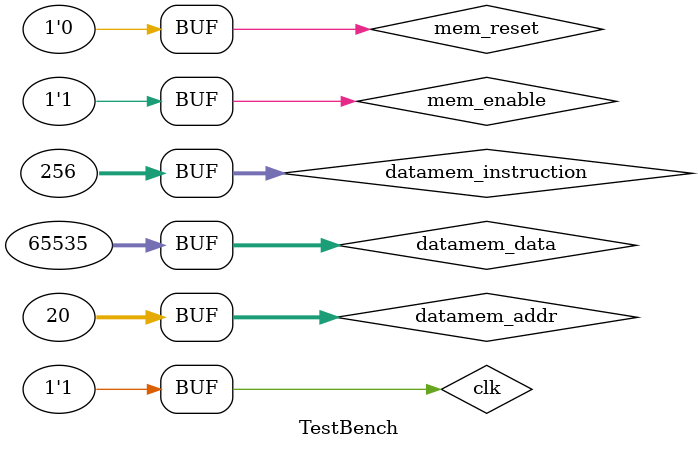
<source format=v>
`timescale 1 ns/1 ns
`define MEM_CMD_READ	1'b0
`define MEM_CMD_WRITE	1'b1

module TestBench();

	reg clk;
	reg mem_reset;
	
	reg [31:0] datamem_addr;
    reg [31:0] datamem_instruction;
	// reg [3:0] mem_mask;
	reg mem_enable;

	wire mem_cmd;
	reg [31:0] datamem_data, datamem_load_data;
	wire [31:0] mem_load_data;
	wire mem_valid;
    wire [3:0] datamem_write_mask;
    wire [31:0] mem_addr,mem_write_data;

    data_memory datamem(datamem_instruction, datamem_data, datamem_addr, mem_addr, mem_cmd, mem_write_data, datamem_write_mask, datamem_load_data, mem_load_data);


	mem memory(clk,mem_reset,mem_addr,datamem_write_mask,mem_enable,mem_cmd,mem_write_data,mem_load_data,mem_valid);


	always begin
        clk <= 0;
        #10;
        clk <= 1;
        #10;
    end

    initial begin
    	mem_reset <= 1;
        datamem_instruction <= 32'b00000000000000000000000100000000;
    	datamem_addr <= 32'b000000000000000000000000010100;
    	// mem_mask <= 4'b1111;
    	mem_enable <= 0;
    	#50
    	mem_reset <= 0;
    	#30
    	datamem_data <= 32'b00000000000000001111111111111111;
    	// mem_cmd = `MEM_CMD_WRITE;
    	#10
    	mem_enable = 1;
    	// #100
    	// mem_enable = 0;
    	// #10
    	// mem_cmd = `MEM_CMD_READ;
    	// #10
    	// mem_enable = 1;
    end

endmodule

</source>
